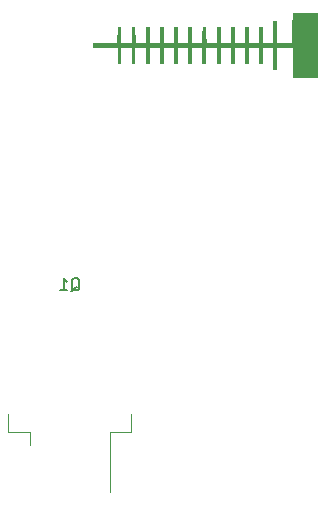
<source format=gbr>
%TF.GenerationSoftware,KiCad,Pcbnew,7.0.2*%
%TF.CreationDate,2024-02-27T12:18:34-06:00*%
%TF.ProjectId,Relay_board_hardware,52656c61-795f-4626-9f61-72645f686172,rev?*%
%TF.SameCoordinates,Original*%
%TF.FileFunction,Legend,Bot*%
%TF.FilePolarity,Positive*%
%FSLAX46Y46*%
G04 Gerber Fmt 4.6, Leading zero omitted, Abs format (unit mm)*
G04 Created by KiCad (PCBNEW 7.0.2) date 2024-02-27 12:18:34*
%MOMM*%
%LPD*%
G01*
G04 APERTURE LIST*
%ADD10C,0.150000*%
%ADD11C,0.120000*%
G04 APERTURE END LIST*
D10*
%TO.C,Q1*%
X141065238Y-76757857D02*
X141160476Y-76710238D01*
X141160476Y-76710238D02*
X141255714Y-76615000D01*
X141255714Y-76615000D02*
X141398571Y-76472142D01*
X141398571Y-76472142D02*
X141493809Y-76424523D01*
X141493809Y-76424523D02*
X141589047Y-76424523D01*
X141541428Y-76662619D02*
X141636666Y-76615000D01*
X141636666Y-76615000D02*
X141731904Y-76519761D01*
X141731904Y-76519761D02*
X141779523Y-76329285D01*
X141779523Y-76329285D02*
X141779523Y-75995952D01*
X141779523Y-75995952D02*
X141731904Y-75805476D01*
X141731904Y-75805476D02*
X141636666Y-75710238D01*
X141636666Y-75710238D02*
X141541428Y-75662619D01*
X141541428Y-75662619D02*
X141350952Y-75662619D01*
X141350952Y-75662619D02*
X141255714Y-75710238D01*
X141255714Y-75710238D02*
X141160476Y-75805476D01*
X141160476Y-75805476D02*
X141112857Y-75995952D01*
X141112857Y-75995952D02*
X141112857Y-76329285D01*
X141112857Y-76329285D02*
X141160476Y-76519761D01*
X141160476Y-76519761D02*
X141255714Y-76615000D01*
X141255714Y-76615000D02*
X141350952Y-76662619D01*
X141350952Y-76662619D02*
X141541428Y-76662619D01*
X140160476Y-76662619D02*
X140731904Y-76662619D01*
X140446190Y-76662619D02*
X140446190Y-75662619D01*
X140446190Y-75662619D02*
X140541428Y-75805476D01*
X140541428Y-75805476D02*
X140636666Y-75900714D01*
X140636666Y-75900714D02*
X140731904Y-75948333D01*
%TO.C,G\u002A\u002A\u002A*%
G36*
X161944242Y-58712485D02*
G01*
X159819879Y-58712485D01*
X159819879Y-56157091D01*
X158526788Y-56157091D01*
X158526788Y-58004363D01*
X158188121Y-58004363D01*
X158188121Y-56157091D01*
X157326061Y-56157091D01*
X157326061Y-57511757D01*
X156987394Y-57511757D01*
X156987394Y-56157091D01*
X156125333Y-56157091D01*
X156125333Y-57511757D01*
X155786667Y-57511757D01*
X155786667Y-56157091D01*
X154924606Y-56157091D01*
X154924606Y-57511757D01*
X154585939Y-57511757D01*
X154585939Y-56157091D01*
X153723879Y-56157091D01*
X153723879Y-57511757D01*
X153385212Y-57511757D01*
X153385212Y-56157091D01*
X152523151Y-56157091D01*
X152523151Y-57511757D01*
X152184485Y-57511757D01*
X152184485Y-56157091D01*
X151322424Y-56157091D01*
X151322424Y-57511757D01*
X150983757Y-57511757D01*
X150983757Y-56157091D01*
X150121697Y-56157091D01*
X150121697Y-57511757D01*
X149783030Y-57511757D01*
X149783030Y-56157091D01*
X148920970Y-56157091D01*
X148920970Y-57511757D01*
X148759333Y-57511785D01*
X148597697Y-57511813D01*
X148615381Y-56157091D01*
X147720242Y-56157091D01*
X147720242Y-57511757D01*
X147412364Y-57511757D01*
X147412364Y-56157091D01*
X146519515Y-56157091D01*
X146519515Y-57511757D01*
X146211636Y-57511757D01*
X146211636Y-56157091D01*
X145318788Y-56157091D01*
X145318788Y-57511757D01*
X145010909Y-57511757D01*
X145010909Y-56157091D01*
X142948121Y-56157091D01*
X142948121Y-55757678D01*
X144995515Y-55741454D01*
X145012087Y-54371394D01*
X145317610Y-54371394D01*
X145334182Y-55741454D01*
X146196242Y-55741454D01*
X146212814Y-54371394D01*
X146518337Y-54371394D01*
X146534909Y-55741454D01*
X147396970Y-55741454D01*
X147413542Y-54371394D01*
X147719064Y-54371394D01*
X147735636Y-55741454D01*
X148597697Y-55741454D01*
X148603520Y-55064121D01*
X148609344Y-54386788D01*
X148764563Y-54377502D01*
X148919783Y-54368217D01*
X148928073Y-55054836D01*
X148936364Y-55741454D01*
X149781848Y-55758578D01*
X149798424Y-54386788D01*
X149959467Y-54377502D01*
X150120510Y-54368217D01*
X150128801Y-55054836D01*
X150137091Y-55741454D01*
X150982575Y-55758578D01*
X150999151Y-54386788D01*
X151160195Y-54377502D01*
X151321238Y-54368217D01*
X151329528Y-55054836D01*
X151337818Y-55741454D01*
X152183302Y-55758578D01*
X152191590Y-55072683D01*
X152199879Y-54386788D01*
X152360922Y-54377502D01*
X152521965Y-54368217D01*
X152530255Y-55054836D01*
X152538545Y-55741454D01*
X153384029Y-55758578D01*
X153392318Y-55072683D01*
X153400606Y-54386788D01*
X153561649Y-54377502D01*
X153722692Y-54368217D01*
X153730982Y-55054836D01*
X153739273Y-55741454D01*
X154584757Y-55758578D01*
X154601333Y-54386788D01*
X154762376Y-54377502D01*
X154923419Y-54368217D01*
X154931710Y-55054836D01*
X154940000Y-55741454D01*
X155785484Y-55758578D01*
X155793772Y-55072683D01*
X155802061Y-54386788D01*
X155963104Y-54377502D01*
X156124147Y-54368217D01*
X156132437Y-55054836D01*
X156140727Y-55741454D01*
X156986211Y-55758578D01*
X156994500Y-55072683D01*
X157002788Y-54386788D01*
X157163831Y-54377502D01*
X157324874Y-54368217D01*
X157333164Y-55054836D01*
X157341454Y-55741454D01*
X158187216Y-55758580D01*
X158195365Y-54826381D01*
X158203515Y-53894182D01*
X158364698Y-53884891D01*
X158525880Y-53875601D01*
X158534031Y-54808528D01*
X158542182Y-55741454D01*
X159804485Y-55741454D01*
X159812523Y-54471454D01*
X159820562Y-53201454D01*
X161944242Y-53201454D01*
X161944242Y-58712485D01*
G37*
D11*
%TO.C,Q1*%
X135770000Y-88645000D02*
X137580000Y-88645000D01*
X137580000Y-88645000D02*
X137580000Y-89745000D01*
X144360000Y-88645000D02*
X144360000Y-93770000D01*
X146170000Y-88645000D02*
X144360000Y-88645000D01*
X135770000Y-87145000D02*
X135770000Y-88645000D01*
X146170000Y-87145000D02*
X146170000Y-88645000D01*
%TD*%
M02*

</source>
